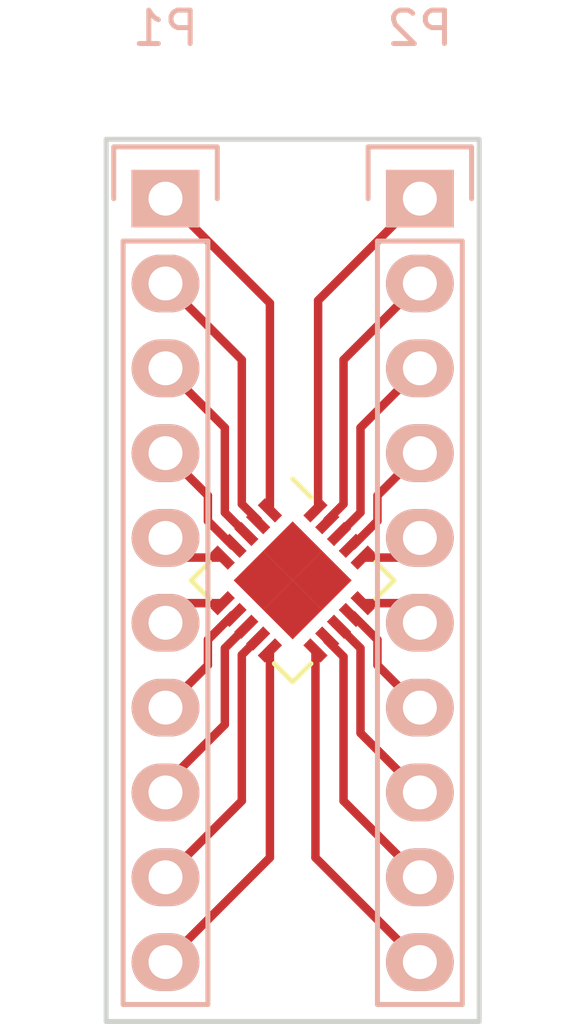
<source format=kicad_pcb>
(kicad_pcb (version 4) (host pcbnew 4.0.2-stable)

  (general
    (links 20)
    (no_connects 0)
    (area 0 0 0 0)
    (thickness 1.6)
    (drawings 4)
    (tracks 71)
    (zones 0)
    (modules 3)
    (nets 21)
  )

  (page A4)
  (layers
    (0 F.Cu signal)
    (31 B.Cu signal)
    (32 B.Adhes user)
    (33 F.Adhes user)
    (34 B.Paste user)
    (35 F.Paste user)
    (36 B.SilkS user)
    (37 F.SilkS user)
    (38 B.Mask user)
    (39 F.Mask user)
    (40 Dwgs.User user)
    (41 Cmts.User user)
    (42 Eco1.User user)
    (43 Eco2.User user)
    (44 Edge.Cuts user)
    (45 Margin user)
    (46 B.CrtYd user)
    (47 F.CrtYd user)
    (48 B.Fab user)
    (49 F.Fab user)
  )

  (setup
    (last_trace_width 0.254)
    (user_trace_width 0.254)
    (user_trace_width 0.381)
    (trace_clearance 0.1524)
    (zone_clearance 0.508)
    (zone_45_only no)
    (trace_min 0.1524)
    (segment_width 0.2)
    (edge_width 0.15)
    (via_size 0.6858)
    (via_drill 0.3302)
    (via_min_size 0.6858)
    (via_min_drill 0.3302)
    (uvia_size 0.6858)
    (uvia_drill 0.3302)
    (uvias_allowed no)
    (uvia_min_size 0)
    (uvia_min_drill 0)
    (pcb_text_width 0.3)
    (pcb_text_size 1.5 1.5)
    (mod_edge_width 0.15)
    (mod_text_size 1 1)
    (mod_text_width 0.15)
    (pad_size 1.25 1.25)
    (pad_drill 0)
    (pad_to_mask_clearance 0.2)
    (aux_axis_origin 0 0)
    (visible_elements FFFFFF7F)
    (pcbplotparams
      (layerselection 0x00030_80000001)
      (usegerberextensions false)
      (excludeedgelayer true)
      (linewidth 0.100000)
      (plotframeref false)
      (viasonmask false)
      (mode 1)
      (useauxorigin false)
      (hpglpennumber 1)
      (hpglpenspeed 20)
      (hpglpendiameter 15)
      (hpglpenoverlay 2)
      (psnegative false)
      (psa4output false)
      (plotreference true)
      (plotvalue true)
      (plotinvisibletext false)
      (padsonsilk false)
      (subtractmaskfromsilk false)
      (outputformat 1)
      (mirror false)
      (drillshape 1)
      (scaleselection 1)
      (outputdirectory ""))
  )

  (net 0 "")
  (net 1 "Net-(P1-Pad1)")
  (net 2 "Net-(P1-Pad2)")
  (net 3 "Net-(P1-Pad3)")
  (net 4 "Net-(P1-Pad4)")
  (net 5 "Net-(P1-Pad5)")
  (net 6 "Net-(P1-Pad6)")
  (net 7 "Net-(P1-Pad7)")
  (net 8 "Net-(P1-Pad8)")
  (net 9 "Net-(P1-Pad9)")
  (net 10 "Net-(P1-Pad10)")
  (net 11 "Net-(P2-Pad1)")
  (net 12 "Net-(P2-Pad2)")
  (net 13 "Net-(P2-Pad3)")
  (net 14 "Net-(P2-Pad4)")
  (net 15 "Net-(P2-Pad5)")
  (net 16 "Net-(P2-Pad6)")
  (net 17 "Net-(P2-Pad7)")
  (net 18 "Net-(P2-Pad8)")
  (net 19 "Net-(P2-Pad9)")
  (net 20 "Net-(P2-Pad10)")

  (net_class Default "This is the default net class."
    (clearance 0.1524)
    (trace_width 0.1524)
    (via_dia 0.6858)
    (via_drill 0.3302)
    (uvia_dia 0.6858)
    (uvia_drill 0.3302)
    (add_net "Net-(P1-Pad1)")
    (add_net "Net-(P1-Pad10)")
    (add_net "Net-(P1-Pad2)")
    (add_net "Net-(P1-Pad3)")
    (add_net "Net-(P1-Pad4)")
    (add_net "Net-(P1-Pad5)")
    (add_net "Net-(P1-Pad6)")
    (add_net "Net-(P1-Pad7)")
    (add_net "Net-(P1-Pad8)")
    (add_net "Net-(P1-Pad9)")
    (add_net "Net-(P2-Pad1)")
    (add_net "Net-(P2-Pad10)")
    (add_net "Net-(P2-Pad2)")
    (add_net "Net-(P2-Pad3)")
    (add_net "Net-(P2-Pad4)")
    (add_net "Net-(P2-Pad5)")
    (add_net "Net-(P2-Pad6)")
    (add_net "Net-(P2-Pad7)")
    (add_net "Net-(P2-Pad8)")
    (add_net "Net-(P2-Pad9)")
  )

  (net_class 10mil ""
    (clearance 0.1524)
    (trace_width 0.254)
    (via_dia 0.6858)
    (via_drill 0.3302)
    (uvia_dia 0.6858)
    (uvia_drill 0.3302)
  )

  (module Housings_DFN_QFN:QFN-20-1EP_4x4mm_Pitch0.5mm (layer F.Cu) (tedit 57ABC893) (tstamp 57ABC273)
    (at 147.32 104.14 315)
    (descr "20-Lead Plastic Quad Flat, No Lead Package (ML) - 4x4x0.9 mm Body [QFN]; (see Microchip Packaging Specification 00000049BS.pdf)")
    (tags "QFN 0.5")
    (path /57ACE72F)
    (attr smd)
    (fp_text reference U1 (at 0 -3.33 315) (layer F.SilkS) hide
      (effects (font (size 1 1) (thickness 0.15)))
    )
    (fp_text value switch_ic4 (at 0 3.33 315) (layer F.Fab)
      (effects (font (size 1 1) (thickness 0.15)))
    )
    (fp_line (start -2.6 -2.6) (end -2.6 2.6) (layer F.CrtYd) (width 0.05))
    (fp_line (start 2.6 -2.6) (end 2.6 2.6) (layer F.CrtYd) (width 0.05))
    (fp_line (start -2.6 -2.6) (end 2.6 -2.6) (layer F.CrtYd) (width 0.05))
    (fp_line (start -2.6 2.6) (end 2.6 2.6) (layer F.CrtYd) (width 0.05))
    (fp_line (start 2.15 -2.15) (end 2.15 -1.375) (layer F.SilkS) (width 0.15))
    (fp_line (start -2.15 2.15) (end -2.15 1.375) (layer F.SilkS) (width 0.15))
    (fp_line (start 2.15 2.15) (end 2.15 1.375) (layer F.SilkS) (width 0.15))
    (fp_line (start -2.15 -2.15) (end -1.375 -2.15) (layer F.SilkS) (width 0.15))
    (fp_line (start -2.15 2.15) (end -1.375 2.15) (layer F.SilkS) (width 0.15))
    (fp_line (start 2.15 2.15) (end 1.375 2.15) (layer F.SilkS) (width 0.15))
    (fp_line (start 2.15 -2.15) (end 1.375 -2.15) (layer F.SilkS) (width 0.15))
    (pad 1 smd rect (at -1.965 -1 315) (size 0.73 0.3) (layers F.Cu F.Paste F.Mask)
      (net 1 "Net-(P1-Pad1)"))
    (pad 2 smd rect (at -1.965 -0.5 315) (size 0.73 0.3) (layers F.Cu F.Paste F.Mask)
      (net 2 "Net-(P1-Pad2)"))
    (pad 3 smd rect (at -1.965 0 315) (size 0.73 0.3) (layers F.Cu F.Paste F.Mask)
      (net 3 "Net-(P1-Pad3)"))
    (pad 4 smd rect (at -1.965 0.5 315) (size 0.73 0.3) (layers F.Cu F.Paste F.Mask)
      (net 4 "Net-(P1-Pad4)"))
    (pad 5 smd rect (at -1.965 1 315) (size 0.73 0.3) (layers F.Cu F.Paste F.Mask)
      (net 5 "Net-(P1-Pad5)"))
    (pad 6 smd rect (at -1 1.965 45) (size 0.73 0.3) (layers F.Cu F.Paste F.Mask)
      (net 6 "Net-(P1-Pad6)"))
    (pad 7 smd rect (at -0.5 1.965 45) (size 0.73 0.3) (layers F.Cu F.Paste F.Mask)
      (net 7 "Net-(P1-Pad7)"))
    (pad 8 smd rect (at 0 1.965 45) (size 0.73 0.3) (layers F.Cu F.Paste F.Mask)
      (net 8 "Net-(P1-Pad8)"))
    (pad 9 smd rect (at 0.5 1.965 45) (size 0.73 0.3) (layers F.Cu F.Paste F.Mask)
      (net 9 "Net-(P1-Pad9)"))
    (pad 10 smd rect (at 1 1.965 45) (size 0.73 0.3) (layers F.Cu F.Paste F.Mask)
      (net 10 "Net-(P1-Pad10)"))
    (pad 11 smd rect (at 1.965 1 315) (size 0.73 0.3) (layers F.Cu F.Paste F.Mask)
      (net 20 "Net-(P2-Pad10)"))
    (pad 12 smd rect (at 1.965 0.5 315) (size 0.73 0.3) (layers F.Cu F.Paste F.Mask)
      (net 19 "Net-(P2-Pad9)"))
    (pad 13 smd rect (at 1.965 0 315) (size 0.73 0.3) (layers F.Cu F.Paste F.Mask)
      (net 18 "Net-(P2-Pad8)"))
    (pad 14 smd rect (at 1.965 -0.5 315) (size 0.73 0.3) (layers F.Cu F.Paste F.Mask)
      (net 17 "Net-(P2-Pad7)"))
    (pad 15 smd rect (at 1.965 -1 315) (size 0.73 0.3) (layers F.Cu F.Paste F.Mask)
      (net 16 "Net-(P2-Pad6)"))
    (pad 16 smd rect (at 1 -1.965 45) (size 0.73 0.3) (layers F.Cu F.Paste F.Mask)
      (net 15 "Net-(P2-Pad5)"))
    (pad 17 smd rect (at 0.5 -1.965 45) (size 0.73 0.3) (layers F.Cu F.Paste F.Mask)
      (net 14 "Net-(P2-Pad4)"))
    (pad 18 smd rect (at 0 -1.965 45) (size 0.73 0.3) (layers F.Cu F.Paste F.Mask)
      (net 13 "Net-(P2-Pad3)"))
    (pad 19 smd rect (at -0.5 -1.965 45) (size 0.73 0.3) (layers F.Cu F.Paste F.Mask)
      (net 12 "Net-(P2-Pad2)"))
    (pad 20 smd rect (at -1 -1.965 45) (size 0.73 0.3) (layers F.Cu F.Paste F.Mask)
      (net 11 "Net-(P2-Pad1)"))
    (pad 21 smd rect (at 0.625 0.625 315) (size 1.25 1.25) (layers F.Cu F.Paste F.Mask)
      (solder_paste_margin_ratio -0.2))
    (pad 21 smd rect (at 0.625 -0.625 315) (size 1.25 1.25) (layers F.Cu F.Paste F.Mask)
      (solder_paste_margin_ratio -0.2))
    (pad 21 smd rect (at -0.625 0.625 315) (size 1.25 1.25) (layers F.Cu F.Paste F.Mask)
      (solder_paste_margin_ratio -0.2))
    (pad 21 smd rect (at -0.625 -0.625 315) (size 1.25 1.25) (layers F.Cu F.Paste F.Mask)
      (solder_paste_margin_ratio -0.2))
    (model Housings_DFN_QFN.3dshapes/QFN-20-1EP_4x4mm_Pitch0.5mm.wrl
      (at (xyz 0 0 0))
      (scale (xyz 1 1 1))
      (rotate (xyz 0 0 0))
    )
  )

  (module Pin_Headers:Pin_Header_Straight_1x10 (layer B.Cu) (tedit 0) (tstamp 57ABC233)
    (at 143.51 92.71 180)
    (descr "Through hole pin header")
    (tags "pin header")
    (path /57ACE8C7)
    (fp_text reference P1 (at 0 5.1 180) (layer B.SilkS)
      (effects (font (size 1 1) (thickness 0.15)) (justify mirror))
    )
    (fp_text value CONN_01X10 (at 0 3.1 180) (layer B.Fab)
      (effects (font (size 1 1) (thickness 0.15)) (justify mirror))
    )
    (fp_line (start -1.75 1.75) (end -1.75 -24.65) (layer B.CrtYd) (width 0.05))
    (fp_line (start 1.75 1.75) (end 1.75 -24.65) (layer B.CrtYd) (width 0.05))
    (fp_line (start -1.75 1.75) (end 1.75 1.75) (layer B.CrtYd) (width 0.05))
    (fp_line (start -1.75 -24.65) (end 1.75 -24.65) (layer B.CrtYd) (width 0.05))
    (fp_line (start 1.27 -1.27) (end 1.27 -24.13) (layer B.SilkS) (width 0.15))
    (fp_line (start 1.27 -24.13) (end -1.27 -24.13) (layer B.SilkS) (width 0.15))
    (fp_line (start -1.27 -24.13) (end -1.27 -1.27) (layer B.SilkS) (width 0.15))
    (fp_line (start 1.55 1.55) (end 1.55 0) (layer B.SilkS) (width 0.15))
    (fp_line (start 1.27 -1.27) (end -1.27 -1.27) (layer B.SilkS) (width 0.15))
    (fp_line (start -1.55 0) (end -1.55 1.55) (layer B.SilkS) (width 0.15))
    (fp_line (start -1.55 1.55) (end 1.55 1.55) (layer B.SilkS) (width 0.15))
    (pad 1 thru_hole rect (at 0 0 180) (size 2.032 1.7272) (drill 1.016) (layers *.Cu *.Mask B.SilkS)
      (net 1 "Net-(P1-Pad1)"))
    (pad 2 thru_hole oval (at 0 -2.54 180) (size 2.032 1.7272) (drill 1.016) (layers *.Cu *.Mask B.SilkS)
      (net 2 "Net-(P1-Pad2)"))
    (pad 3 thru_hole oval (at 0 -5.08 180) (size 2.032 1.7272) (drill 1.016) (layers *.Cu *.Mask B.SilkS)
      (net 3 "Net-(P1-Pad3)"))
    (pad 4 thru_hole oval (at 0 -7.62 180) (size 2.032 1.7272) (drill 1.016) (layers *.Cu *.Mask B.SilkS)
      (net 4 "Net-(P1-Pad4)"))
    (pad 5 thru_hole oval (at 0 -10.16 180) (size 2.032 1.7272) (drill 1.016) (layers *.Cu *.Mask B.SilkS)
      (net 5 "Net-(P1-Pad5)"))
    (pad 6 thru_hole oval (at 0 -12.7 180) (size 2.032 1.7272) (drill 1.016) (layers *.Cu *.Mask B.SilkS)
      (net 6 "Net-(P1-Pad6)"))
    (pad 7 thru_hole oval (at 0 -15.24 180) (size 2.032 1.7272) (drill 1.016) (layers *.Cu *.Mask B.SilkS)
      (net 7 "Net-(P1-Pad7)"))
    (pad 8 thru_hole oval (at 0 -17.78 180) (size 2.032 1.7272) (drill 1.016) (layers *.Cu *.Mask B.SilkS)
      (net 8 "Net-(P1-Pad8)"))
    (pad 9 thru_hole oval (at 0 -20.32 180) (size 2.032 1.7272) (drill 1.016) (layers *.Cu *.Mask B.SilkS)
      (net 9 "Net-(P1-Pad9)"))
    (pad 10 thru_hole oval (at 0 -22.86 180) (size 2.032 1.7272) (drill 1.016) (layers *.Cu *.Mask B.SilkS)
      (net 10 "Net-(P1-Pad10)"))
    (model Pin_Headers.3dshapes/Pin_Header_Straight_1x10.wrl
      (at (xyz 0 -0.45 0))
      (scale (xyz 1 1 1))
      (rotate (xyz 0 0 90))
    )
  )

  (module Pin_Headers:Pin_Header_Straight_1x10 (layer B.Cu) (tedit 0) (tstamp 57ABC24C)
    (at 151.13 92.71 180)
    (descr "Through hole pin header")
    (tags "pin header")
    (path /57ACE796)
    (fp_text reference P2 (at 0 5.1 180) (layer B.SilkS)
      (effects (font (size 1 1) (thickness 0.15)) (justify mirror))
    )
    (fp_text value CONN_01X10 (at 0 3.1 180) (layer B.Fab)
      (effects (font (size 1 1) (thickness 0.15)) (justify mirror))
    )
    (fp_line (start -1.75 1.75) (end -1.75 -24.65) (layer B.CrtYd) (width 0.05))
    (fp_line (start 1.75 1.75) (end 1.75 -24.65) (layer B.CrtYd) (width 0.05))
    (fp_line (start -1.75 1.75) (end 1.75 1.75) (layer B.CrtYd) (width 0.05))
    (fp_line (start -1.75 -24.65) (end 1.75 -24.65) (layer B.CrtYd) (width 0.05))
    (fp_line (start 1.27 -1.27) (end 1.27 -24.13) (layer B.SilkS) (width 0.15))
    (fp_line (start 1.27 -24.13) (end -1.27 -24.13) (layer B.SilkS) (width 0.15))
    (fp_line (start -1.27 -24.13) (end -1.27 -1.27) (layer B.SilkS) (width 0.15))
    (fp_line (start 1.55 1.55) (end 1.55 0) (layer B.SilkS) (width 0.15))
    (fp_line (start 1.27 -1.27) (end -1.27 -1.27) (layer B.SilkS) (width 0.15))
    (fp_line (start -1.55 0) (end -1.55 1.55) (layer B.SilkS) (width 0.15))
    (fp_line (start -1.55 1.55) (end 1.55 1.55) (layer B.SilkS) (width 0.15))
    (pad 1 thru_hole rect (at 0 0 180) (size 2.032 1.7272) (drill 1.016) (layers *.Cu *.Mask B.SilkS)
      (net 11 "Net-(P2-Pad1)"))
    (pad 2 thru_hole oval (at 0 -2.54 180) (size 2.032 1.7272) (drill 1.016) (layers *.Cu *.Mask B.SilkS)
      (net 12 "Net-(P2-Pad2)"))
    (pad 3 thru_hole oval (at 0 -5.08 180) (size 2.032 1.7272) (drill 1.016) (layers *.Cu *.Mask B.SilkS)
      (net 13 "Net-(P2-Pad3)"))
    (pad 4 thru_hole oval (at 0 -7.62 180) (size 2.032 1.7272) (drill 1.016) (layers *.Cu *.Mask B.SilkS)
      (net 14 "Net-(P2-Pad4)"))
    (pad 5 thru_hole oval (at 0 -10.16 180) (size 2.032 1.7272) (drill 1.016) (layers *.Cu *.Mask B.SilkS)
      (net 15 "Net-(P2-Pad5)"))
    (pad 6 thru_hole oval (at 0 -12.7 180) (size 2.032 1.7272) (drill 1.016) (layers *.Cu *.Mask B.SilkS)
      (net 16 "Net-(P2-Pad6)"))
    (pad 7 thru_hole oval (at 0 -15.24 180) (size 2.032 1.7272) (drill 1.016) (layers *.Cu *.Mask B.SilkS)
      (net 17 "Net-(P2-Pad7)"))
    (pad 8 thru_hole oval (at 0 -17.78 180) (size 2.032 1.7272) (drill 1.016) (layers *.Cu *.Mask B.SilkS)
      (net 18 "Net-(P2-Pad8)"))
    (pad 9 thru_hole oval (at 0 -20.32 180) (size 2.032 1.7272) (drill 1.016) (layers *.Cu *.Mask B.SilkS)
      (net 19 "Net-(P2-Pad9)"))
    (pad 10 thru_hole oval (at 0 -22.86 180) (size 2.032 1.7272) (drill 1.016) (layers *.Cu *.Mask B.SilkS)
      (net 20 "Net-(P2-Pad10)"))
    (model Pin_Headers.3dshapes/Pin_Header_Straight_1x10.wrl
      (at (xyz 0 -0.45 0))
      (scale (xyz 1 1 1))
      (rotate (xyz 0 0 90))
    )
  )

  (gr_line (start 141.732 117.348) (end 141.732 90.932) (angle 90) (layer Edge.Cuts) (width 0.15))
  (gr_line (start 152.908 117.348) (end 141.732 117.348) (angle 90) (layer Edge.Cuts) (width 0.15))
  (gr_line (start 152.908 90.932) (end 152.908 117.348) (angle 90) (layer Edge.Cuts) (width 0.15))
  (gr_line (start 141.732 90.932) (end 152.908 90.932) (angle 90) (layer Edge.Cuts) (width 0.15))

  (segment (start 146.637642 102.043428) (end 146.637642 95.837642) (width 0.254) (layer F.Cu) (net 1))
  (segment (start 146.637642 95.837642) (end 143.51 92.71) (width 0.254) (layer F.Cu) (net 1) (tstamp 57ABC704))
  (segment (start 146.637642 102.043428) (end 146.558 101.963786) (width 0.1524) (layer F.Cu) (net 1))
  (segment (start 146.284089 102.396982) (end 146.284089 102.342089) (width 0.254) (layer F.Cu) (net 2))
  (segment (start 146.284089 102.342089) (end 145.796 101.854) (width 0.254) (layer F.Cu) (net 2) (tstamp 57ABC70E))
  (segment (start 145.796 101.854) (end 145.796 97.536) (width 0.254) (layer F.Cu) (net 2) (tstamp 57ABC717))
  (segment (start 145.796 97.536) (end 143.51 95.25) (width 0.254) (layer F.Cu) (net 2) (tstamp 57ABC71D))
  (segment (start 145.930535 102.750535) (end 145.288 102.108) (width 0.254) (layer F.Cu) (net 3))
  (segment (start 145.288 99.568) (end 143.51 97.79) (width 0.254) (layer F.Cu) (net 3) (tstamp 57ABC72A))
  (segment (start 145.288 102.108) (end 145.288 99.568) (width 0.254) (layer F.Cu) (net 3) (tstamp 57ABC722))
  (segment (start 145.576982 103.104089) (end 145.522089 103.104089) (width 0.254) (layer F.Cu) (net 4))
  (segment (start 145.522089 103.104089) (end 144.78 102.362) (width 0.254) (layer F.Cu) (net 4) (tstamp 57ABC731))
  (segment (start 144.78 102.362) (end 144.78 101.6) (width 0.254) (layer F.Cu) (net 4) (tstamp 57ABC733))
  (segment (start 144.78 101.6) (end 143.51 100.33) (width 0.254) (layer F.Cu) (net 4) (tstamp 57ABC738))
  (segment (start 143.51 101.037107) (end 143.51 100.33) (width 0.1524) (layer F.Cu) (net 4) (tstamp 57ABC661))
  (segment (start 145.223428 103.457642) (end 144.097642 103.457642) (width 0.254) (layer F.Cu) (net 5))
  (segment (start 144.097642 103.457642) (end 143.51 102.87) (width 0.254) (layer F.Cu) (net 5) (tstamp 57ABC73B))
  (segment (start 144.097642 103.457642) (end 143.51 102.87) (width 0.1524) (layer F.Cu) (net 5) (tstamp 57ABC603))
  (segment (start 145.223428 104.822358) (end 144.097642 104.822358) (width 0.254) (layer F.Cu) (net 6))
  (segment (start 144.097642 104.822358) (end 143.51 105.41) (width 0.254) (layer F.Cu) (net 6) (tstamp 57ABC74A))
  (segment (start 144.097642 104.822358) (end 143.51 105.41) (width 0.1524) (layer F.Cu) (net 6) (tstamp 57ABC607))
  (segment (start 145.576982 105.175911) (end 145.522089 105.175911) (width 0.254) (layer F.Cu) (net 7))
  (segment (start 145.522089 105.175911) (end 144.78 105.918) (width 0.254) (layer F.Cu) (net 7) (tstamp 57ABC757))
  (segment (start 144.78 105.918) (end 144.78 106.68) (width 0.254) (layer F.Cu) (net 7) (tstamp 57ABC759))
  (segment (start 144.78 106.68) (end 143.51 107.95) (width 0.254) (layer F.Cu) (net 7) (tstamp 57ABC75C))
  (segment (start 143.51 107.242893) (end 143.51 107.95) (width 0.1524) (layer F.Cu) (net 7) (tstamp 57ABC60A))
  (segment (start 145.930535 105.529465) (end 145.288 106.172) (width 0.254) (layer F.Cu) (net 8))
  (segment (start 145.288 108.458) (end 143.51 110.236) (width 0.254) (layer F.Cu) (net 8) (tstamp 57ABC766))
  (segment (start 145.288 106.172) (end 145.288 108.458) (width 0.254) (layer F.Cu) (net 8) (tstamp 57ABC75F))
  (segment (start 143.51 110.236) (end 143.51 110.49) (width 0.254) (layer F.Cu) (net 8) (tstamp 57ABC770))
  (segment (start 143.51 113.03) (end 145.796 110.744) (width 0.254) (layer F.Cu) (net 9))
  (segment (start 145.796 106.371107) (end 146.284089 105.883018) (width 0.254) (layer F.Cu) (net 9) (tstamp 57ABC7B1))
  (segment (start 145.796 110.744) (end 145.796 106.371107) (width 0.254) (layer F.Cu) (net 9) (tstamp 57ABC7A8))
  (segment (start 146.637642 106.236572) (end 146.637642 112.442358) (width 0.254) (layer F.Cu) (net 10))
  (segment (start 146.637642 112.442358) (end 143.51 115.57) (width 0.254) (layer F.Cu) (net 10) (tstamp 57ABC7B9))
  (segment (start 148.002358 102.043428) (end 148.082 101.963786) (width 0.254) (layer F.Cu) (net 11))
  (segment (start 148.082 101.963786) (end 148.082 95.758) (width 0.254) (layer F.Cu) (net 11) (tstamp 57ABC6B1))
  (segment (start 148.082 95.758) (end 151.13 92.71) (width 0.254) (layer F.Cu) (net 11) (tstamp 57ABC6B2))
  (segment (start 148.355911 102.396982) (end 148.355911 102.342089) (width 0.254) (layer F.Cu) (net 12))
  (segment (start 148.355911 102.342089) (end 148.844 101.854) (width 0.254) (layer F.Cu) (net 12) (tstamp 57ABC6D7))
  (segment (start 148.844 101.854) (end 148.844 97.536) (width 0.254) (layer F.Cu) (net 12) (tstamp 57ABC6D8))
  (segment (start 148.844 97.536) (end 151.13 95.25) (width 0.254) (layer F.Cu) (net 12) (tstamp 57ABC6EA))
  (segment (start 148.709465 102.750535) (end 149.352 102.108) (width 0.254) (layer F.Cu) (net 13))
  (segment (start 149.352 99.568) (end 151.13 97.79) (width 0.254) (layer F.Cu) (net 13) (tstamp 57ABC6D4))
  (segment (start 149.352 102.108) (end 149.352 99.568) (width 0.254) (layer F.Cu) (net 13) (tstamp 57ABC6D3))
  (segment (start 149.063018 103.104089) (end 149.117911 103.104089) (width 0.254) (layer F.Cu) (net 14))
  (segment (start 149.117911 103.104089) (end 149.86 102.362) (width 0.254) (layer F.Cu) (net 14) (tstamp 57ABC6CB))
  (segment (start 149.86 102.362) (end 149.86 101.6) (width 0.254) (layer F.Cu) (net 14) (tstamp 57ABC6CC))
  (segment (start 149.86 101.6) (end 151.13 100.33) (width 0.254) (layer F.Cu) (net 14) (tstamp 57ABC6CD))
  (segment (start 151.13 101.037107) (end 151.13 100.33) (width 0.1524) (layer F.Cu) (net 14) (tstamp 57ABC641))
  (segment (start 149.416572 103.457642) (end 150.542358 103.457642) (width 0.254) (layer F.Cu) (net 15))
  (segment (start 150.542358 103.457642) (end 151.13 102.87) (width 0.254) (layer F.Cu) (net 15) (tstamp 57ABC6BE))
  (segment (start 150.542358 103.457642) (end 151.13 102.87) (width 0.1524) (layer F.Cu) (net 15) (tstamp 57ABC63E))
  (segment (start 149.416572 104.822358) (end 150.542358 104.822358) (width 0.254) (layer F.Cu) (net 16))
  (segment (start 150.542358 104.822358) (end 151.13 105.41) (width 0.254) (layer F.Cu) (net 16) (tstamp 57ABC804))
  (segment (start 150.542358 104.822358) (end 151.13 105.41) (width 0.1524) (layer F.Cu) (net 16) (tstamp 57ABC63B))
  (segment (start 149.063018 105.175911) (end 149.117911 105.175911) (width 0.254) (layer F.Cu) (net 17))
  (segment (start 149.117911 105.175911) (end 149.86 105.918) (width 0.254) (layer F.Cu) (net 17) (tstamp 57ABC7F6))
  (segment (start 149.86 105.918) (end 149.86 106.68) (width 0.254) (layer F.Cu) (net 17) (tstamp 57ABC7FA))
  (segment (start 149.86 106.68) (end 151.13 107.95) (width 0.254) (layer F.Cu) (net 17) (tstamp 57ABC801))
  (segment (start 151.13 107.242893) (end 151.13 107.95) (width 0.1524) (layer F.Cu) (net 17) (tstamp 57ABC637))
  (segment (start 148.709465 105.529465) (end 149.352 106.172) (width 0.254) (layer F.Cu) (net 18))
  (segment (start 149.352 108.712) (end 151.13 110.49) (width 0.254) (layer F.Cu) (net 18) (tstamp 57ABC7DD))
  (segment (start 149.352 106.172) (end 149.352 108.712) (width 0.254) (layer F.Cu) (net 18) (tstamp 57ABC7DB))
  (segment (start 148.355911 105.883018) (end 148.355911 105.937911) (width 0.254) (layer F.Cu) (net 19))
  (segment (start 148.355911 105.937911) (end 148.844 106.426) (width 0.254) (layer F.Cu) (net 19) (tstamp 57ABC7E4))
  (segment (start 148.844 106.426) (end 148.844 110.744) (width 0.254) (layer F.Cu) (net 19) (tstamp 57ABC7E9))
  (segment (start 148.844 110.744) (end 151.13 113.03) (width 0.254) (layer F.Cu) (net 19) (tstamp 57ABC7EE))
  (segment (start 148.002358 106.236572) (end 148.002358 112.442358) (width 0.254) (layer F.Cu) (net 20))
  (segment (start 148.002358 112.442358) (end 151.13 115.57) (width 0.254) (layer F.Cu) (net 20) (tstamp 57ABC7CC))
  (segment (start 148.002358 106.236572) (end 148.082 106.316214) (width 0.1524) (layer F.Cu) (net 20))

)

</source>
